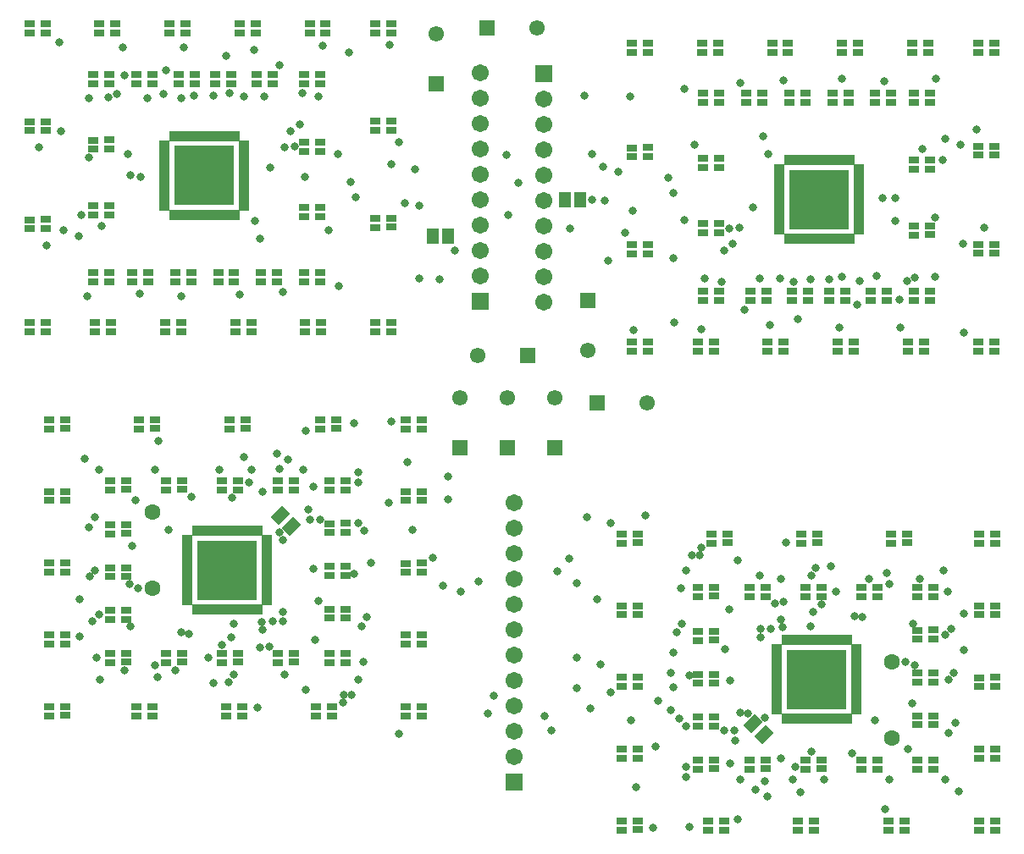
<source format=gts>
G04*
G04 #@! TF.GenerationSoftware,Altium Limited,Altium Designer,19.1.8 (144)*
G04*
G04 Layer_Color=8388736*
%FSLAX25Y25*%
%MOIN*%
G70*
G01*
G75*
G04:AMPARAMS|DCode=14|XSize=62.72mil|YSize=45.8mil|CornerRadius=0mil|HoleSize=0mil|Usage=FLASHONLY|Rotation=225.000|XOffset=0mil|YOffset=0mil|HoleType=Round|Shape=Rectangle|*
%AMROTATEDRECTD14*
4,1,4,0.00599,0.03837,0.03837,0.00599,-0.00599,-0.03837,-0.03837,-0.00599,0.00599,0.03837,0.0*
%
%ADD14ROTATEDRECTD14*%

%ADD15R,0.03950X0.02965*%
%ADD16R,0.04343X0.01981*%
%ADD17R,0.01981X0.04343*%
%ADD18R,0.23241X0.23241*%
%ADD19R,0.04580X0.06272*%
%ADD20C,0.06312*%
%ADD21C,0.06706*%
%ADD22R,0.06706X0.06706*%
%ADD23C,0.06115*%
%ADD24R,0.06115X0.06115*%
%ADD25R,0.06115X0.06115*%
%ADD26C,0.03162*%
D14*
X104301Y-197301D02*
D03*
X108699Y-201699D02*
D03*
X294699Y-283699D02*
D03*
X290301Y-279301D02*
D03*
D15*
X43799Y-217978D02*
D03*
Y-221478D02*
D03*
X37500Y-221522D02*
D03*
Y-217978D02*
D03*
X43799Y-234853D02*
D03*
Y-238353D02*
D03*
X37500Y-238397D02*
D03*
Y-234853D02*
D03*
X43799Y-251728D02*
D03*
Y-255228D02*
D03*
X37500Y-255272D02*
D03*
Y-251728D02*
D03*
X65812D02*
D03*
Y-255228D02*
D03*
X59513Y-255272D02*
D03*
Y-251728D02*
D03*
X87824D02*
D03*
Y-255228D02*
D03*
X81525Y-255272D02*
D03*
Y-251728D02*
D03*
X109837D02*
D03*
Y-255228D02*
D03*
X103538Y-255272D02*
D03*
Y-251728D02*
D03*
X123850Y-255272D02*
D03*
Y-251772D02*
D03*
X130150Y-251728D02*
D03*
Y-255272D02*
D03*
X123850Y-237897D02*
D03*
Y-234397D02*
D03*
X130150Y-234353D02*
D03*
Y-237897D02*
D03*
X43799Y-201103D02*
D03*
Y-204603D02*
D03*
X37500Y-204647D02*
D03*
Y-201103D02*
D03*
X43799Y-183728D02*
D03*
Y-187228D02*
D03*
X37500Y-187272D02*
D03*
Y-183728D02*
D03*
X65812D02*
D03*
Y-187228D02*
D03*
X59513Y-187272D02*
D03*
Y-183728D02*
D03*
X81525Y-187272D02*
D03*
Y-183772D02*
D03*
X87824Y-183728D02*
D03*
Y-187272D02*
D03*
X103538D02*
D03*
Y-183772D02*
D03*
X109837Y-183728D02*
D03*
Y-187272D02*
D03*
X123850D02*
D03*
Y-183772D02*
D03*
X130150Y-183728D02*
D03*
Y-187272D02*
D03*
X123850Y-204147D02*
D03*
Y-200647D02*
D03*
X130150Y-200603D02*
D03*
Y-204147D02*
D03*
X123850Y-221022D02*
D03*
Y-217522D02*
D03*
X130150Y-217478D02*
D03*
Y-221022D02*
D03*
X19650Y-216228D02*
D03*
Y-219728D02*
D03*
X13350Y-219772D02*
D03*
Y-216228D02*
D03*
X19650Y-244478D02*
D03*
Y-247978D02*
D03*
X13350Y-248022D02*
D03*
Y-244478D02*
D03*
X19650Y-272728D02*
D03*
Y-276228D02*
D03*
X13350Y-276272D02*
D03*
Y-272728D02*
D03*
X47950Y-276272D02*
D03*
Y-272772D02*
D03*
X54250Y-272728D02*
D03*
Y-276272D02*
D03*
X83250D02*
D03*
Y-272772D02*
D03*
X89550Y-272728D02*
D03*
Y-276272D02*
D03*
X118550D02*
D03*
Y-272772D02*
D03*
X124850Y-272728D02*
D03*
Y-276272D02*
D03*
X153850D02*
D03*
Y-272772D02*
D03*
X160150Y-272728D02*
D03*
Y-276272D02*
D03*
X153850Y-248022D02*
D03*
Y-244522D02*
D03*
X160150Y-244478D02*
D03*
Y-248022D02*
D03*
X19650Y-187978D02*
D03*
Y-191478D02*
D03*
X13350Y-191522D02*
D03*
Y-187978D02*
D03*
X19650Y-159728D02*
D03*
Y-163228D02*
D03*
X13350Y-163272D02*
D03*
Y-159728D02*
D03*
X55200D02*
D03*
Y-163228D02*
D03*
X48900Y-163272D02*
D03*
Y-159728D02*
D03*
X90750D02*
D03*
Y-163228D02*
D03*
X84450Y-163272D02*
D03*
Y-159728D02*
D03*
X126300D02*
D03*
Y-163228D02*
D03*
X120000Y-163272D02*
D03*
Y-159728D02*
D03*
X153850Y-163272D02*
D03*
Y-159772D02*
D03*
X160150Y-159728D02*
D03*
Y-163272D02*
D03*
X153850Y-191522D02*
D03*
Y-188022D02*
D03*
X160150Y-187978D02*
D03*
Y-191522D02*
D03*
X153850Y-219772D02*
D03*
Y-216272D02*
D03*
X160150Y-216228D02*
D03*
Y-219772D02*
D03*
X355201Y-263022D02*
D03*
Y-259522D02*
D03*
X361500Y-259478D02*
D03*
Y-263022D02*
D03*
X355201Y-246147D02*
D03*
Y-242647D02*
D03*
X361500Y-242603D02*
D03*
Y-246147D02*
D03*
X355201Y-229272D02*
D03*
Y-225772D02*
D03*
X361500Y-225728D02*
D03*
Y-229272D02*
D03*
X333188D02*
D03*
Y-225772D02*
D03*
X339487Y-225728D02*
D03*
Y-229272D02*
D03*
X311176D02*
D03*
Y-225772D02*
D03*
X317475Y-225728D02*
D03*
Y-229272D02*
D03*
X289163D02*
D03*
Y-225772D02*
D03*
X295462Y-225728D02*
D03*
Y-229272D02*
D03*
X275150Y-225728D02*
D03*
Y-229228D02*
D03*
X268850Y-229272D02*
D03*
Y-225728D02*
D03*
X275150Y-243103D02*
D03*
Y-246603D02*
D03*
X268850Y-246647D02*
D03*
Y-243103D02*
D03*
X355201Y-279897D02*
D03*
Y-276397D02*
D03*
X361500Y-276353D02*
D03*
Y-279897D02*
D03*
X355201Y-297272D02*
D03*
Y-293772D02*
D03*
X361500Y-293728D02*
D03*
Y-297272D02*
D03*
X333188D02*
D03*
Y-293772D02*
D03*
X339487Y-293728D02*
D03*
Y-297272D02*
D03*
X317475Y-293728D02*
D03*
Y-297228D02*
D03*
X311176Y-297272D02*
D03*
Y-293728D02*
D03*
X295462D02*
D03*
Y-297228D02*
D03*
X289163Y-297272D02*
D03*
Y-293728D02*
D03*
X275150D02*
D03*
Y-297228D02*
D03*
X268850Y-297272D02*
D03*
Y-293728D02*
D03*
X275150Y-276853D02*
D03*
Y-280353D02*
D03*
X268850Y-280397D02*
D03*
Y-276853D02*
D03*
X275150Y-259978D02*
D03*
Y-263478D02*
D03*
X268850Y-263522D02*
D03*
Y-259978D02*
D03*
X379350Y-264772D02*
D03*
Y-261272D02*
D03*
X385650Y-261228D02*
D03*
Y-264772D02*
D03*
X379350Y-236522D02*
D03*
Y-233022D02*
D03*
X385650Y-232978D02*
D03*
Y-236522D02*
D03*
X379350Y-208272D02*
D03*
Y-204772D02*
D03*
X385650Y-204728D02*
D03*
Y-208272D02*
D03*
X351050Y-204728D02*
D03*
Y-208228D02*
D03*
X344750Y-208272D02*
D03*
Y-204728D02*
D03*
X315750D02*
D03*
Y-208228D02*
D03*
X309450Y-208272D02*
D03*
Y-204728D02*
D03*
X280450D02*
D03*
Y-208228D02*
D03*
X274150Y-208272D02*
D03*
Y-204728D02*
D03*
X245150D02*
D03*
Y-208228D02*
D03*
X238850Y-208272D02*
D03*
Y-204728D02*
D03*
X245150Y-232978D02*
D03*
Y-236478D02*
D03*
X238850Y-236522D02*
D03*
Y-232978D02*
D03*
X379350Y-293022D02*
D03*
Y-289522D02*
D03*
X385650Y-289478D02*
D03*
Y-293022D02*
D03*
X379350Y-321272D02*
D03*
Y-317772D02*
D03*
X385650Y-317728D02*
D03*
Y-321272D02*
D03*
X343800D02*
D03*
Y-317772D02*
D03*
X350100Y-317728D02*
D03*
Y-321272D02*
D03*
X308250D02*
D03*
Y-317772D02*
D03*
X314550Y-317728D02*
D03*
Y-321272D02*
D03*
X272700D02*
D03*
Y-317772D02*
D03*
X279000Y-317728D02*
D03*
Y-321272D02*
D03*
X245150Y-317728D02*
D03*
Y-321228D02*
D03*
X238850Y-321272D02*
D03*
Y-317728D02*
D03*
X245150Y-289478D02*
D03*
Y-292978D02*
D03*
X238850Y-293022D02*
D03*
Y-289478D02*
D03*
X245150Y-261228D02*
D03*
Y-264728D02*
D03*
X238850Y-264772D02*
D03*
Y-261228D02*
D03*
X141850Y-7272D02*
D03*
Y-3772D02*
D03*
X148150Y-3728D02*
D03*
Y-7272D02*
D03*
X88411D02*
D03*
Y-3772D02*
D03*
X94710Y-3728D02*
D03*
Y-7272D02*
D03*
X115981D02*
D03*
Y-3772D02*
D03*
X122280Y-3728D02*
D03*
Y-7272D02*
D03*
X60841D02*
D03*
Y-3772D02*
D03*
X67140Y-3728D02*
D03*
Y-7272D02*
D03*
X33271D02*
D03*
Y-3772D02*
D03*
X39570Y-3728D02*
D03*
Y-7272D02*
D03*
X5701D02*
D03*
Y-3772D02*
D03*
X12000Y-3728D02*
D03*
Y-7272D02*
D03*
X379000Y-15043D02*
D03*
Y-11543D02*
D03*
X385299Y-11500D02*
D03*
Y-15043D02*
D03*
X331859Y-11500D02*
D03*
Y-15000D02*
D03*
X325560Y-15043D02*
D03*
Y-11500D02*
D03*
X304289D02*
D03*
Y-15000D02*
D03*
X297990Y-15043D02*
D03*
Y-11500D02*
D03*
X249150D02*
D03*
Y-15000D02*
D03*
X242850Y-15043D02*
D03*
Y-11500D02*
D03*
X385299Y-52047D02*
D03*
Y-55547D02*
D03*
X379000Y-55591D02*
D03*
Y-52047D02*
D03*
X359429Y-11500D02*
D03*
Y-15000D02*
D03*
X353130Y-15043D02*
D03*
Y-11500D02*
D03*
X276719D02*
D03*
Y-15000D02*
D03*
X270420Y-15043D02*
D03*
Y-11500D02*
D03*
X242850Y-56105D02*
D03*
Y-52605D02*
D03*
X249150Y-52562D02*
D03*
Y-56105D02*
D03*
X385299Y-90638D02*
D03*
Y-94138D02*
D03*
X379000Y-94181D02*
D03*
Y-90638D02*
D03*
X357729Y-129228D02*
D03*
Y-132728D02*
D03*
X351430Y-132772D02*
D03*
Y-129228D02*
D03*
X275020D02*
D03*
Y-132728D02*
D03*
X268720Y-132772D02*
D03*
Y-129228D02*
D03*
X249150Y-90895D02*
D03*
Y-94395D02*
D03*
X242850Y-94438D02*
D03*
Y-90895D02*
D03*
X385299Y-129228D02*
D03*
Y-132728D02*
D03*
X379000Y-132772D02*
D03*
Y-129228D02*
D03*
X330159D02*
D03*
Y-132728D02*
D03*
X323860Y-132772D02*
D03*
Y-129228D02*
D03*
X302589D02*
D03*
Y-132728D02*
D03*
X296290Y-132772D02*
D03*
Y-129228D02*
D03*
X249150D02*
D03*
Y-132728D02*
D03*
X242850Y-132772D02*
D03*
Y-129228D02*
D03*
X360150Y-31228D02*
D03*
Y-34728D02*
D03*
X353850Y-34772D02*
D03*
Y-31228D02*
D03*
X327970D02*
D03*
Y-34728D02*
D03*
X321670Y-34772D02*
D03*
Y-31228D02*
D03*
X311030D02*
D03*
Y-34728D02*
D03*
X304730Y-34772D02*
D03*
Y-31228D02*
D03*
X277150D02*
D03*
Y-34728D02*
D03*
X270850Y-34772D02*
D03*
Y-31228D02*
D03*
X360150Y-57562D02*
D03*
Y-61062D02*
D03*
X353850Y-61105D02*
D03*
Y-57562D02*
D03*
X344910Y-31228D02*
D03*
Y-34728D02*
D03*
X338610Y-34772D02*
D03*
Y-31228D02*
D03*
X294090D02*
D03*
Y-34728D02*
D03*
X287790Y-34772D02*
D03*
Y-31228D02*
D03*
X277150Y-56895D02*
D03*
Y-60395D02*
D03*
X270850Y-60438D02*
D03*
Y-56895D02*
D03*
X360150Y-83395D02*
D03*
Y-86895D02*
D03*
X353850Y-86938D02*
D03*
Y-83395D02*
D03*
X343150Y-109228D02*
D03*
Y-112728D02*
D03*
X336850Y-112772D02*
D03*
Y-109228D02*
D03*
X295799D02*
D03*
Y-112728D02*
D03*
X289500Y-112772D02*
D03*
Y-109228D02*
D03*
X277150Y-82562D02*
D03*
Y-86062D02*
D03*
X270850Y-86105D02*
D03*
Y-82562D02*
D03*
X360150Y-109228D02*
D03*
Y-112728D02*
D03*
X353850Y-112772D02*
D03*
Y-109228D02*
D03*
X326650D02*
D03*
Y-112728D02*
D03*
X320350Y-112772D02*
D03*
Y-109228D02*
D03*
X312150D02*
D03*
Y-112728D02*
D03*
X305850Y-112772D02*
D03*
Y-109228D02*
D03*
X277150D02*
D03*
Y-112728D02*
D03*
X270850Y-112772D02*
D03*
Y-109228D02*
D03*
X12000Y-121457D02*
D03*
Y-124957D02*
D03*
X5701Y-125000D02*
D03*
Y-121457D02*
D03*
X59141Y-125000D02*
D03*
Y-121500D02*
D03*
X65440Y-121457D02*
D03*
Y-125000D02*
D03*
X86711D02*
D03*
Y-121500D02*
D03*
X93010Y-121457D02*
D03*
Y-125000D02*
D03*
X141850D02*
D03*
Y-121500D02*
D03*
X148150Y-121457D02*
D03*
Y-125000D02*
D03*
X5701Y-84453D02*
D03*
Y-80953D02*
D03*
X12000Y-80909D02*
D03*
Y-84453D02*
D03*
X31571Y-125000D02*
D03*
Y-121500D02*
D03*
X37870Y-121457D02*
D03*
Y-125000D02*
D03*
X114280D02*
D03*
Y-121500D02*
D03*
X120580Y-121457D02*
D03*
Y-125000D02*
D03*
X148150Y-80395D02*
D03*
Y-83895D02*
D03*
X141850Y-83938D02*
D03*
Y-80395D02*
D03*
X5701Y-45862D02*
D03*
Y-42362D02*
D03*
X12000Y-42319D02*
D03*
Y-45862D02*
D03*
X141850Y-45605D02*
D03*
Y-42105D02*
D03*
X148150Y-42062D02*
D03*
Y-45605D02*
D03*
X30850Y-105272D02*
D03*
Y-101772D02*
D03*
X37150Y-101728D02*
D03*
Y-105272D02*
D03*
X63030D02*
D03*
Y-101772D02*
D03*
X69330Y-101728D02*
D03*
Y-105272D02*
D03*
X79970D02*
D03*
Y-101772D02*
D03*
X86270Y-101728D02*
D03*
Y-105272D02*
D03*
X113850D02*
D03*
Y-101772D02*
D03*
X120150Y-101728D02*
D03*
Y-105272D02*
D03*
X30850Y-78938D02*
D03*
Y-75438D02*
D03*
X37150Y-75395D02*
D03*
Y-78938D02*
D03*
X46090Y-105272D02*
D03*
Y-101772D02*
D03*
X52390Y-101728D02*
D03*
Y-105272D02*
D03*
X96910D02*
D03*
Y-101772D02*
D03*
X103210Y-101728D02*
D03*
Y-105272D02*
D03*
X113850Y-79605D02*
D03*
Y-76105D02*
D03*
X120150Y-76062D02*
D03*
Y-79605D02*
D03*
X30850Y-53105D02*
D03*
Y-49605D02*
D03*
X37150Y-49562D02*
D03*
Y-53105D02*
D03*
X47850Y-27272D02*
D03*
Y-23772D02*
D03*
X54150Y-23728D02*
D03*
Y-27272D02*
D03*
X95201D02*
D03*
Y-23772D02*
D03*
X101500Y-23728D02*
D03*
Y-27272D02*
D03*
X113850Y-53938D02*
D03*
Y-50438D02*
D03*
X120150Y-50395D02*
D03*
Y-53938D02*
D03*
X30850Y-27272D02*
D03*
Y-23772D02*
D03*
X37150Y-23728D02*
D03*
Y-27272D02*
D03*
X64350D02*
D03*
Y-23772D02*
D03*
X70650Y-23728D02*
D03*
Y-27272D02*
D03*
X78850D02*
D03*
Y-23772D02*
D03*
X85150Y-23728D02*
D03*
Y-27272D02*
D03*
X113850D02*
D03*
Y-23772D02*
D03*
X120150Y-23728D02*
D03*
Y-27272D02*
D03*
D16*
X67949Y-206205D02*
D03*
Y-208173D02*
D03*
Y-210142D02*
D03*
Y-212110D02*
D03*
Y-214079D02*
D03*
Y-216047D02*
D03*
Y-218016D02*
D03*
Y-219984D02*
D03*
Y-221953D02*
D03*
Y-223921D02*
D03*
Y-225890D02*
D03*
Y-227858D02*
D03*
Y-229827D02*
D03*
Y-231795D02*
D03*
X99051D02*
D03*
Y-229827D02*
D03*
Y-227858D02*
D03*
Y-225890D02*
D03*
Y-223921D02*
D03*
Y-221953D02*
D03*
Y-219984D02*
D03*
Y-218016D02*
D03*
Y-216047D02*
D03*
Y-214079D02*
D03*
Y-212110D02*
D03*
Y-210142D02*
D03*
Y-208173D02*
D03*
Y-206205D02*
D03*
X331051Y-274795D02*
D03*
Y-272827D02*
D03*
Y-270858D02*
D03*
Y-268890D02*
D03*
Y-266921D02*
D03*
Y-264953D02*
D03*
Y-262984D02*
D03*
Y-261016D02*
D03*
Y-259047D02*
D03*
Y-257079D02*
D03*
Y-255110D02*
D03*
Y-253142D02*
D03*
Y-251173D02*
D03*
Y-249205D02*
D03*
X299949D02*
D03*
Y-251173D02*
D03*
Y-253142D02*
D03*
Y-255110D02*
D03*
Y-257079D02*
D03*
Y-259047D02*
D03*
Y-261016D02*
D03*
Y-262984D02*
D03*
Y-264953D02*
D03*
Y-266921D02*
D03*
Y-268890D02*
D03*
Y-270858D02*
D03*
Y-272827D02*
D03*
Y-274795D02*
D03*
X300949Y-85795D02*
D03*
Y-83827D02*
D03*
Y-81858D02*
D03*
Y-79890D02*
D03*
Y-77921D02*
D03*
Y-75953D02*
D03*
Y-73984D02*
D03*
Y-72016D02*
D03*
Y-70047D02*
D03*
Y-68079D02*
D03*
Y-66110D02*
D03*
Y-64142D02*
D03*
Y-62173D02*
D03*
Y-60205D02*
D03*
X332051D02*
D03*
Y-62173D02*
D03*
Y-64142D02*
D03*
Y-66110D02*
D03*
Y-68079D02*
D03*
Y-70047D02*
D03*
Y-72016D02*
D03*
Y-73984D02*
D03*
Y-75953D02*
D03*
Y-77921D02*
D03*
Y-79890D02*
D03*
Y-81858D02*
D03*
Y-83827D02*
D03*
Y-85795D02*
D03*
X90051Y-50705D02*
D03*
Y-52673D02*
D03*
Y-54642D02*
D03*
Y-56610D02*
D03*
Y-58579D02*
D03*
Y-60547D02*
D03*
Y-62516D02*
D03*
Y-64484D02*
D03*
Y-66453D02*
D03*
Y-68421D02*
D03*
Y-70390D02*
D03*
Y-72358D02*
D03*
Y-74327D02*
D03*
Y-76295D02*
D03*
X58949D02*
D03*
Y-74327D02*
D03*
Y-72358D02*
D03*
Y-70390D02*
D03*
Y-68421D02*
D03*
Y-66453D02*
D03*
Y-64484D02*
D03*
Y-62516D02*
D03*
Y-60547D02*
D03*
Y-58579D02*
D03*
Y-56610D02*
D03*
Y-54642D02*
D03*
Y-52673D02*
D03*
Y-50705D02*
D03*
D17*
X70705Y-234551D02*
D03*
X72673D02*
D03*
X74642D02*
D03*
X76610D02*
D03*
X78579D02*
D03*
X80547D02*
D03*
X82516D02*
D03*
X84484D02*
D03*
X86453D02*
D03*
X88421D02*
D03*
X90390D02*
D03*
X92358D02*
D03*
X94327D02*
D03*
X96295D02*
D03*
Y-203449D02*
D03*
X94327D02*
D03*
X92358D02*
D03*
X90390D02*
D03*
X88421D02*
D03*
X86453D02*
D03*
X84484D02*
D03*
X82516D02*
D03*
X80547D02*
D03*
X78579D02*
D03*
X76610D02*
D03*
X74642D02*
D03*
X72673D02*
D03*
X70705D02*
D03*
X328295Y-246449D02*
D03*
X326327D02*
D03*
X324358D02*
D03*
X322390D02*
D03*
X320421D02*
D03*
X318453D02*
D03*
X316484D02*
D03*
X314516D02*
D03*
X312547D02*
D03*
X310579D02*
D03*
X308610D02*
D03*
X306642D02*
D03*
X304673D02*
D03*
X302705D02*
D03*
Y-277551D02*
D03*
X304673D02*
D03*
X306642D02*
D03*
X308610D02*
D03*
X310579D02*
D03*
X312547D02*
D03*
X314516D02*
D03*
X316484D02*
D03*
X318453D02*
D03*
X320421D02*
D03*
X322390D02*
D03*
X324358D02*
D03*
X326327D02*
D03*
X328295D02*
D03*
X329295Y-88551D02*
D03*
X327327D02*
D03*
X325358D02*
D03*
X323390D02*
D03*
X321421D02*
D03*
X319453D02*
D03*
X317484D02*
D03*
X315516D02*
D03*
X313547D02*
D03*
X311579D02*
D03*
X309610D02*
D03*
X307642D02*
D03*
X305673D02*
D03*
X303705D02*
D03*
Y-57449D02*
D03*
X305673D02*
D03*
X307642D02*
D03*
X309610D02*
D03*
X311579D02*
D03*
X313547D02*
D03*
X315516D02*
D03*
X317484D02*
D03*
X319453D02*
D03*
X321421D02*
D03*
X323390D02*
D03*
X325358D02*
D03*
X327327D02*
D03*
X329295D02*
D03*
X61705Y-47949D02*
D03*
X63673D02*
D03*
X65642D02*
D03*
X67610D02*
D03*
X69579D02*
D03*
X71547D02*
D03*
X73516D02*
D03*
X75484D02*
D03*
X77453D02*
D03*
X79421D02*
D03*
X81390D02*
D03*
X83358D02*
D03*
X85327D02*
D03*
X87295D02*
D03*
Y-79051D02*
D03*
X85327D02*
D03*
X83358D02*
D03*
X81390D02*
D03*
X79421D02*
D03*
X77453D02*
D03*
X75484D02*
D03*
X73516D02*
D03*
X71547D02*
D03*
X69579D02*
D03*
X67610D02*
D03*
X65642D02*
D03*
X63673D02*
D03*
X61705D02*
D03*
D18*
X83500Y-219000D02*
D03*
X315500Y-262000D02*
D03*
X316500Y-73000D02*
D03*
X74500Y-63500D02*
D03*
D19*
X170610Y-87500D02*
D03*
X164390D02*
D03*
X216390Y-73000D02*
D03*
X222610D02*
D03*
D20*
X54000Y-196000D02*
D03*
Y-226000D02*
D03*
X345000Y-285000D02*
D03*
Y-255000D02*
D03*
D21*
X196500Y-192500D02*
D03*
Y-202500D02*
D03*
Y-212500D02*
D03*
Y-222500D02*
D03*
Y-232500D02*
D03*
Y-242500D02*
D03*
Y-252500D02*
D03*
Y-262500D02*
D03*
Y-272500D02*
D03*
Y-282500D02*
D03*
Y-292500D02*
D03*
X183000Y-93000D02*
D03*
Y-23000D02*
D03*
Y-33000D02*
D03*
Y-43000D02*
D03*
Y-53000D02*
D03*
Y-63000D02*
D03*
Y-73000D02*
D03*
Y-83000D02*
D03*
Y-103000D02*
D03*
X208000Y-43500D02*
D03*
Y-113500D02*
D03*
Y-103500D02*
D03*
Y-93500D02*
D03*
Y-83500D02*
D03*
Y-73500D02*
D03*
Y-63500D02*
D03*
Y-53500D02*
D03*
Y-33500D02*
D03*
D22*
X196500Y-302500D02*
D03*
X183000Y-113000D02*
D03*
X208000Y-23500D02*
D03*
D23*
X193750Y-151157D02*
D03*
X175000D02*
D03*
X248843Y-153000D02*
D03*
X212500Y-151157D02*
D03*
X205343Y-5500D02*
D03*
X165647Y-7804D02*
D03*
X182158Y-134500D02*
D03*
X225500Y-132343D02*
D03*
D24*
X193750Y-170843D02*
D03*
X175000D02*
D03*
X212500D02*
D03*
X165646Y-27489D02*
D03*
X225500Y-112657D02*
D03*
D25*
X229157Y-153000D02*
D03*
X185658Y-5500D02*
D03*
X201842Y-134500D02*
D03*
D26*
X86000Y-260000D02*
D03*
X170500Y-182000D02*
D03*
Y-191000D02*
D03*
X248000Y-197500D02*
D03*
X234500Y-200500D02*
D03*
X225000Y-198000D02*
D03*
X253000Y-270500D02*
D03*
X258000Y-274000D02*
D03*
X221000Y-253500D02*
D03*
X188500Y-268500D02*
D03*
X186000Y-275500D02*
D03*
X313500Y-221000D02*
D03*
X301500Y-222500D02*
D03*
X259000Y-251500D02*
D03*
X258000Y-259500D02*
D03*
X221000Y-224000D02*
D03*
X229000Y-230500D02*
D03*
X213500Y-219500D02*
D03*
X208500Y-276500D02*
D03*
X211000Y-282000D02*
D03*
X221000Y-265500D02*
D03*
X226500Y-273500D02*
D03*
X288500Y-275500D02*
D03*
X285500Y-275000D02*
D03*
X218000Y-214500D02*
D03*
X323000Y-227500D02*
D03*
X301500Y-238500D02*
D03*
X313000Y-241000D02*
D03*
X302500Y-231500D02*
D03*
X283000Y-282000D02*
D03*
X338500Y-278000D02*
D03*
X350500Y-255000D02*
D03*
X373500Y-236000D02*
D03*
X353500Y-240000D02*
D03*
X373500Y-250500D02*
D03*
X368500Y-242000D02*
D03*
X365500Y-219000D02*
D03*
X356000Y-222500D02*
D03*
X343000Y-220000D02*
D03*
X336000Y-222500D02*
D03*
X344000Y-224500D02*
D03*
X330500Y-237000D02*
D03*
X315000Y-218000D02*
D03*
X303500Y-208000D02*
D03*
X321000Y-217500D02*
D03*
X314000Y-235500D02*
D03*
X293000Y-221000D02*
D03*
X264000Y-219000D02*
D03*
X281000Y-234500D02*
D03*
X262500Y-240000D02*
D03*
X279500Y-250000D02*
D03*
X259000Y-265000D02*
D03*
X281500Y-262500D02*
D03*
X279000Y-282000D02*
D03*
X281500Y-295000D02*
D03*
X251000Y-320500D02*
D03*
X244500Y-304500D02*
D03*
X264000Y-300500D02*
D03*
X301500Y-293000D02*
D03*
X265500Y-320000D02*
D03*
X296000Y-308000D02*
D03*
X295000Y-302000D02*
D03*
X291500Y-305500D02*
D03*
X284500Y-317000D02*
D03*
X309000Y-306500D02*
D03*
X318500Y-301500D02*
D03*
X306000D02*
D03*
X313500Y-290500D02*
D03*
X329500Y-291000D02*
D03*
X342500Y-313000D02*
D03*
X351500Y-289500D02*
D03*
X367500Y-283000D02*
D03*
X353000Y-271500D02*
D03*
X354000Y-256500D02*
D03*
X344000Y-301500D02*
D03*
X307000Y-296500D02*
D03*
X285500Y-301500D02*
D03*
X264000Y-296500D02*
D03*
Y-280500D02*
D03*
X261500Y-277500D02*
D03*
X265500Y-260500D02*
D03*
X260500Y-243500D02*
D03*
X262000Y-226000D02*
D03*
X299000Y-232000D02*
D03*
X317500Y-232500D02*
D03*
X333500Y-237500D02*
D03*
X367000Y-227500D02*
D03*
X366000Y-244500D02*
D03*
X369500Y-259500D02*
D03*
X367500Y-262000D02*
D03*
X370000Y-279000D02*
D03*
X371500Y-306000D02*
D03*
X366000Y-301500D02*
D03*
X302000Y-241496D02*
D03*
X284500Y-215000D02*
D03*
X269500Y-213000D02*
D03*
X270000Y-210000D02*
D03*
X293500Y-242000D02*
D03*
X297500D02*
D03*
X293500Y-245500D02*
D03*
X295000Y-277000D02*
D03*
X283500Y-286000D02*
D03*
X234500Y-267000D02*
D03*
X242500Y-278000D02*
D03*
X230500Y-256000D02*
D03*
X252000Y-288500D02*
D03*
X266500Y-213000D02*
D03*
X76000Y-226500D02*
D03*
X83500D02*
D03*
X91000D02*
D03*
Y-211500D02*
D03*
X83500D02*
D03*
X76000D02*
D03*
Y-219000D02*
D03*
X91000Y-219100D02*
D03*
X83500Y-219000D02*
D03*
X323000Y-254500D02*
D03*
X315500D02*
D03*
X308000D02*
D03*
Y-269500D02*
D03*
X315500D02*
D03*
X323000D02*
D03*
Y-262000D02*
D03*
X308000Y-261900D02*
D03*
X315500Y-262000D02*
D03*
X132500Y-268000D02*
D03*
X147000Y-192500D02*
D03*
X168500Y-225000D02*
D03*
X156500Y-203000D02*
D03*
X164500Y-214000D02*
D03*
X182500Y-223500D02*
D03*
X175500Y-227500D02*
D03*
X115500Y-195000D02*
D03*
X104000Y-204000D02*
D03*
X151000Y-283500D02*
D03*
X105500Y-235500D02*
D03*
X101500Y-239000D02*
D03*
X105500D02*
D03*
X129000Y-271000D02*
D03*
X129500Y-268000D02*
D03*
X114500Y-266000D02*
D03*
X97000Y-239504D02*
D03*
X33000Y-179500D02*
D03*
X27500Y-175000D02*
D03*
X29000Y-202000D02*
D03*
X31500Y-219000D02*
D03*
X29500Y-221500D02*
D03*
X33000Y-236500D02*
D03*
X32000Y-253500D02*
D03*
X65500Y-243500D02*
D03*
X81500Y-248500D02*
D03*
X100000Y-249000D02*
D03*
X137000Y-255000D02*
D03*
X138500Y-237500D02*
D03*
X133500Y-220500D02*
D03*
X137500Y-203500D02*
D03*
X135000Y-200500D02*
D03*
Y-184500D02*
D03*
X113500Y-179500D02*
D03*
X92000Y-184500D02*
D03*
X55000Y-179500D02*
D03*
X45000Y-224500D02*
D03*
X46000Y-209500D02*
D03*
X31500Y-198000D02*
D03*
X47500Y-191500D02*
D03*
X56500Y-168000D02*
D03*
X69500Y-190000D02*
D03*
X85500Y-190500D02*
D03*
X93000Y-179500D02*
D03*
X80500D02*
D03*
X90000Y-174500D02*
D03*
X114500Y-164000D02*
D03*
X107500Y-175500D02*
D03*
X104000Y-179000D02*
D03*
X103000Y-173000D02*
D03*
X133500Y-161000D02*
D03*
X97500Y-188000D02*
D03*
X135000Y-180500D02*
D03*
X154500Y-176500D02*
D03*
X148000Y-160500D02*
D03*
X117500Y-186000D02*
D03*
X120000Y-199000D02*
D03*
X117500Y-218500D02*
D03*
X140000Y-216000D02*
D03*
X119500Y-231000D02*
D03*
X136500Y-241000D02*
D03*
X118000Y-246500D02*
D03*
X135000Y-262000D02*
D03*
X106000Y-260000D02*
D03*
X85000Y-245500D02*
D03*
X78000Y-263500D02*
D03*
X95500Y-273000D02*
D03*
X84000Y-263000D02*
D03*
X68500Y-244000D02*
D03*
X55000Y-256500D02*
D03*
X63000Y-258500D02*
D03*
X56000Y-261000D02*
D03*
X43000Y-258500D02*
D03*
X33500Y-262000D02*
D03*
X30500Y-239000D02*
D03*
X25500Y-230500D02*
D03*
X45500Y-241000D02*
D03*
X25500Y-245000D02*
D03*
X48500Y-226000D02*
D03*
X60500Y-203000D02*
D03*
X105500Y-207000D02*
D03*
X116000Y-199000D02*
D03*
X96500Y-249500D02*
D03*
X86000Y-240000D02*
D03*
X97500Y-242500D02*
D03*
X76000Y-253500D02*
D03*
X296500Y-55000D02*
D03*
X341500Y-72500D02*
D03*
X346500D02*
D03*
X290500Y-76000D02*
D03*
X316500Y-73000D02*
D03*
X309000Y-72900D02*
D03*
X324000Y-73000D02*
D03*
Y-80500D02*
D03*
X316500D02*
D03*
X309000D02*
D03*
Y-65500D02*
D03*
X316500D02*
D03*
X324000D02*
D03*
X74500Y-63500D02*
D03*
X82000Y-63600D02*
D03*
X67000Y-63500D02*
D03*
Y-56000D02*
D03*
X74500D02*
D03*
X82000D02*
D03*
Y-71000D02*
D03*
X74500D02*
D03*
X67000D02*
D03*
X242000Y-32500D02*
D03*
X159000Y-104000D02*
D03*
X173000Y-93000D02*
D03*
X227000Y-73000D02*
D03*
X193500Y-55500D02*
D03*
X259000Y-96000D02*
D03*
X218500Y-84500D02*
D03*
X233500Y-97000D02*
D03*
X232000Y-73500D02*
D03*
X231500Y-60000D02*
D03*
X198000Y-66500D02*
D03*
X127000Y-55000D02*
D03*
X194000Y-79000D02*
D03*
X263500Y-81000D02*
D03*
X381500Y-84000D02*
D03*
X373000Y-90500D02*
D03*
X362000Y-80000D02*
D03*
X366000Y-49000D02*
D03*
X365000Y-57500D02*
D03*
X259500Y-121500D02*
D03*
X278000Y-105500D02*
D03*
X287000Y-116500D02*
D03*
X301000Y-104000D02*
D03*
X313000Y-104500D02*
D03*
X331500Y-114500D02*
D03*
X325500Y-103500D02*
D03*
X348000Y-112500D02*
D03*
X339000Y-103250D02*
D03*
X362000Y-103500D02*
D03*
X354250Y-103750D02*
D03*
X373500Y-125500D02*
D03*
X348500Y-123500D02*
D03*
X324500D02*
D03*
X271500Y-104000D02*
D03*
X267500Y-51500D02*
D03*
X263500Y-29500D02*
D03*
X285500Y-27000D02*
D03*
X302500Y-26000D02*
D03*
X325500Y-25500D02*
D03*
X342000Y-26500D02*
D03*
X362500Y-25500D02*
D03*
X357000Y-53000D02*
D03*
X346500Y-81500D02*
D03*
X351000Y-105000D02*
D03*
X332500D02*
D03*
X320500Y-104500D02*
D03*
X308000Y-120000D02*
D03*
X297000Y-122500D02*
D03*
X306500Y-105500D02*
D03*
X293000Y-104000D02*
D03*
X259000Y-70500D02*
D03*
X243000Y-77500D02*
D03*
X224000Y-32000D02*
D03*
X282500Y-90500D02*
D03*
X279000Y-93000D02*
D03*
X285000Y-84000D02*
D03*
X281000Y-84500D02*
D03*
X294500Y-48000D02*
D03*
X378500Y-45500D02*
D03*
X372000Y-51500D02*
D03*
X270000Y-124000D02*
D03*
X243500Y-124500D02*
D03*
X227000Y-55000D02*
D03*
X257000Y-64500D02*
D03*
X237500Y-62000D02*
D03*
X240000Y-86000D02*
D03*
X151000Y-50500D02*
D03*
X153500Y-74500D02*
D03*
X157500Y-61000D02*
D03*
X134000Y-72000D02*
D03*
X147500Y-12000D02*
D03*
X121000Y-12500D02*
D03*
X19000Y-85000D02*
D03*
X12500Y-91000D02*
D03*
X94500Y-81500D02*
D03*
X96500Y-88500D02*
D03*
X110000Y-52000D02*
D03*
X106000Y-52500D02*
D03*
X112000Y-43500D02*
D03*
X108500Y-46000D02*
D03*
X167000Y-104500D02*
D03*
X100500Y-60500D02*
D03*
X114000Y-64000D02*
D03*
X148000Y-59000D02*
D03*
X159000Y-75500D02*
D03*
X132000Y-66000D02*
D03*
X45500Y-63500D02*
D03*
X49500Y-64000D02*
D03*
X98000Y-32500D02*
D03*
X84500Y-31000D02*
D03*
X94000Y-14000D02*
D03*
X83000Y-16500D02*
D03*
X70500Y-32000D02*
D03*
X58500Y-31500D02*
D03*
X40000D02*
D03*
X44500Y-55000D02*
D03*
X34000Y-83500D02*
D03*
X28500Y-111000D02*
D03*
X49000Y-110000D02*
D03*
X65500Y-111000D02*
D03*
X88500Y-110500D02*
D03*
X105500Y-109500D02*
D03*
X127500Y-107000D02*
D03*
X123500Y-85000D02*
D03*
X119500Y-32500D02*
D03*
X66500Y-13000D02*
D03*
X42500D02*
D03*
X17500Y-11000D02*
D03*
X18000Y-46000D02*
D03*
X36750Y-32750D02*
D03*
X29000Y-33000D02*
D03*
X52000Y-33250D02*
D03*
X43000Y-24000D02*
D03*
X65500Y-33000D02*
D03*
X59500Y-22000D02*
D03*
X78000Y-32000D02*
D03*
X90000Y-32500D02*
D03*
X104000Y-20000D02*
D03*
X113000Y-31000D02*
D03*
X131500Y-15000D02*
D03*
X26000Y-79000D02*
D03*
X25000Y-87500D02*
D03*
X29000Y-56500D02*
D03*
X9500Y-52500D02*
D03*
M02*

</source>
